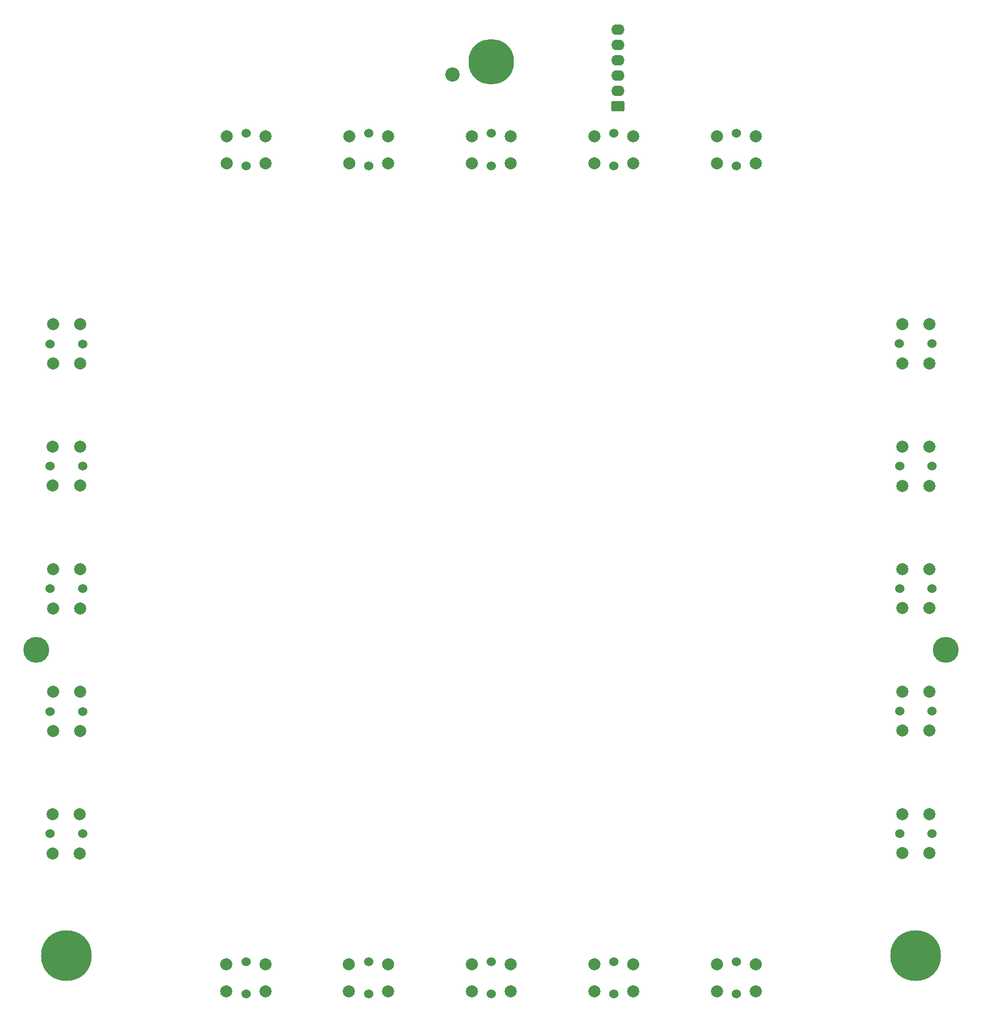
<source format=gbr>
%TF.GenerationSoftware,KiCad,Pcbnew,(6.0.9)*%
%TF.CreationDate,2023-01-21T08:26:38-09:00*%
%TF.ProjectId,DDI,4444492e-6b69-4636-9164-5f7063625858,rev?*%
%TF.SameCoordinates,Original*%
%TF.FileFunction,Soldermask,Bot*%
%TF.FilePolarity,Negative*%
%FSLAX46Y46*%
G04 Gerber Fmt 4.6, Leading zero omitted, Abs format (unit mm)*
G04 Created by KiCad (PCBNEW (6.0.9)) date 2023-01-21 08:26:38*
%MOMM*%
%LPD*%
G01*
G04 APERTURE LIST*
G04 Aperture macros list*
%AMRoundRect*
0 Rectangle with rounded corners*
0 $1 Rounding radius*
0 $2 $3 $4 $5 $6 $7 $8 $9 X,Y pos of 4 corners*
0 Add a 4 corners polygon primitive as box body*
4,1,4,$2,$3,$4,$5,$6,$7,$8,$9,$2,$3,0*
0 Add four circle primitives for the rounded corners*
1,1,$1+$1,$2,$3*
1,1,$1+$1,$4,$5*
1,1,$1+$1,$6,$7*
1,1,$1+$1,$8,$9*
0 Add four rect primitives between the rounded corners*
20,1,$1+$1,$2,$3,$4,$5,0*
20,1,$1+$1,$4,$5,$6,$7,0*
20,1,$1+$1,$6,$7,$8,$9,0*
20,1,$1+$1,$8,$9,$2,$3,0*%
G04 Aperture macros list end*
%ADD10C,2.000000*%
%ADD11C,1.524000*%
%ADD12C,4.300000*%
%ADD13C,8.400000*%
%ADD14C,7.540752*%
%ADD15C,2.381250*%
%ADD16RoundRect,0.249999X0.845001X-0.620001X0.845001X0.620001X-0.845001X0.620001X-0.845001X-0.620001X0*%
%ADD17O,2.190000X1.740000*%
G04 APERTURE END LIST*
D10*
%TO.C,SW1*%
X35215706Y-23933554D03*
X41715706Y-23933554D03*
X35215706Y-19433554D03*
X41715706Y-19433554D03*
D11*
X38465706Y-18983554D03*
X38465706Y-24383554D03*
%TD*%
D10*
%TO.C,SW2*%
X55535706Y-23933554D03*
X62035706Y-23933554D03*
X55535706Y-19433554D03*
X62035706Y-19433554D03*
D11*
X58785706Y-18983554D03*
X58785706Y-24383554D03*
%TD*%
D10*
%TO.C,SW3*%
X75855706Y-23933554D03*
X82355706Y-23933554D03*
X75855706Y-19433554D03*
X82355706Y-19433554D03*
D11*
X79105706Y-18983554D03*
X79105706Y-24383554D03*
%TD*%
D10*
%TO.C,SW4*%
X96175706Y-23933554D03*
X102675706Y-23933554D03*
X96175706Y-19433554D03*
X102675706Y-19433554D03*
D11*
X99425706Y-18983554D03*
X99425706Y-24383554D03*
%TD*%
D10*
%TO.C,SW5*%
X116495706Y-23933554D03*
X122995706Y-23933554D03*
X116495706Y-19433554D03*
X122995706Y-19433554D03*
D11*
X119745706Y-18983554D03*
X119745706Y-24383554D03*
%TD*%
D10*
%TO.C,SW6*%
X147238206Y-50599354D03*
X147238206Y-57099354D03*
X151738206Y-50599354D03*
X151738206Y-57099354D03*
D11*
X152188206Y-53849354D03*
X146788206Y-53849354D03*
%TD*%
D10*
%TO.C,SW7*%
X147260431Y-70932054D03*
X147260431Y-77432054D03*
X151760431Y-70932054D03*
X151760431Y-77432054D03*
D11*
X152210431Y-74182054D03*
X146810431Y-74182054D03*
%TD*%
D10*
%TO.C,SW8*%
X147260431Y-91226654D03*
X147260431Y-97726654D03*
X151760431Y-91226654D03*
X151760431Y-97726654D03*
D11*
X152210431Y-94476654D03*
X146810431Y-94476654D03*
%TD*%
D10*
%TO.C,SW9*%
X147260431Y-111549054D03*
X147260431Y-118049054D03*
X151760431Y-111549054D03*
X151760431Y-118049054D03*
D11*
X152210431Y-114799054D03*
X146810431Y-114799054D03*
%TD*%
D10*
%TO.C,SW10*%
X147260431Y-131866654D03*
X147260431Y-138366654D03*
X151760431Y-131866654D03*
X151760431Y-138366654D03*
D11*
X152210431Y-135116654D03*
X146810431Y-135116654D03*
%TD*%
D10*
%TO.C,SW11*%
X35203006Y-161271354D03*
X41703006Y-161271354D03*
X35203006Y-156771354D03*
X41703006Y-156771354D03*
D11*
X38453006Y-156321354D03*
X38453006Y-161721354D03*
%TD*%
D10*
%TO.C,SW12*%
X55523006Y-161271354D03*
X62023006Y-161271354D03*
X55523006Y-156771354D03*
X62023006Y-156771354D03*
D11*
X58773006Y-156321354D03*
X58773006Y-161721354D03*
%TD*%
D10*
%TO.C,SW13*%
X75868406Y-161271354D03*
X82368406Y-161271354D03*
X75868406Y-156771354D03*
X82368406Y-156771354D03*
D11*
X79118406Y-156321354D03*
X79118406Y-161721354D03*
%TD*%
D10*
%TO.C,SW14*%
X96188406Y-161271354D03*
X102688406Y-161271354D03*
X96188406Y-156771354D03*
X102688406Y-156771354D03*
D11*
X99438406Y-156321354D03*
X99438406Y-161721354D03*
%TD*%
D10*
%TO.C,SW15*%
X116508406Y-161271354D03*
X123008406Y-161271354D03*
X116508406Y-156771354D03*
X123008406Y-156771354D03*
D11*
X119758406Y-156321354D03*
X119758406Y-161721354D03*
%TD*%
D10*
%TO.C,SW16*%
X10950206Y-57127154D03*
X10950206Y-50627154D03*
X6450206Y-57127154D03*
X6450206Y-50627154D03*
D11*
X6000206Y-53877154D03*
X11400206Y-53877154D03*
%TD*%
D10*
%TO.C,SW17*%
X10924806Y-77396354D03*
X10924806Y-70896354D03*
X6424806Y-77396354D03*
X6424806Y-70896354D03*
D11*
X5974806Y-74146354D03*
X11374806Y-74146354D03*
%TD*%
D10*
%TO.C,SW18*%
X10950206Y-97741754D03*
X10950206Y-91241754D03*
X6450206Y-97741754D03*
X6450206Y-91241754D03*
D11*
X6000206Y-94491754D03*
X11400206Y-94491754D03*
%TD*%
D10*
%TO.C,SW19*%
X10934331Y-118087154D03*
X10934331Y-111587154D03*
X6434331Y-118087154D03*
X6434331Y-111587154D03*
D11*
X5984331Y-114837154D03*
X11384331Y-114837154D03*
%TD*%
D10*
%TO.C,SW20*%
X10899406Y-138381754D03*
X10899406Y-131881754D03*
X6399406Y-138381754D03*
X6399406Y-131881754D03*
D11*
X5949406Y-135131754D03*
X11349406Y-135131754D03*
%TD*%
D12*
%TO.C,MK6*%
X154497285Y-104650554D03*
%TD*%
%TO.C,MK3*%
X3691127Y-104650554D03*
%TD*%
D13*
%TO.C,SWE3*%
X149499831Y-155361654D03*
%TD*%
%TO.C,SWE2*%
X8688581Y-155361654D03*
%TD*%
D14*
%TO.C,SWE1*%
X79094206Y-7114554D03*
D15*
X72668506Y-9202354D03*
D14*
X79094206Y-7114554D03*
%TD*%
D16*
%TO.C,J1*%
X100118066Y-14485914D03*
D17*
X100118066Y-11945914D03*
X100118066Y-9405914D03*
X100118066Y-6865914D03*
X100118066Y-4325914D03*
X100118066Y-1785914D03*
%TD*%
M02*

</source>
